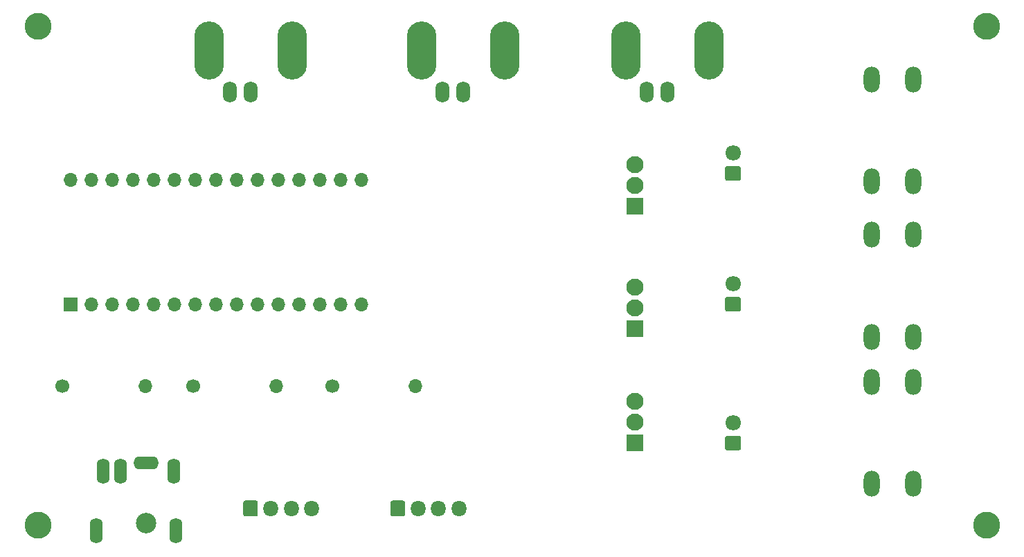
<source format=gbr>
%TF.GenerationSoftware,KiCad,Pcbnew,(5.1.6)-1*%
%TF.CreationDate,2020-08-03T18:02:55+09:00*%
%TF.ProjectId,arduino_pcb,61726475-696e-46f5-9f70-63622e6b6963,rev?*%
%TF.SameCoordinates,Original*%
%TF.FileFunction,Soldermask,Top*%
%TF.FilePolarity,Negative*%
%FSLAX46Y46*%
G04 Gerber Fmt 4.6, Leading zero omitted, Abs format (unit mm)*
G04 Created by KiCad (PCBNEW (5.1.6)-1) date 2020-08-03 18:02:55*
%MOMM*%
%LPD*%
G01*
G04 APERTURE LIST*
%ADD10C,3.300000*%
%ADD11O,1.950000X3.148000*%
%ADD12O,1.700000X1.700000*%
%ADD13C,1.700000*%
%ADD14C,2.100000*%
%ADD15R,2.100000X2.100000*%
%ADD16O,1.800000X1.950000*%
%ADD17O,1.950000X1.800000*%
%ADD18O,1.700000X2.600000*%
%ADD19O,3.600000X7.100000*%
%ADD20O,1.608000X3.116000*%
%ADD21C,2.500000*%
%ADD22O,3.116000X1.608000*%
%ADD23R,1.700000X1.700000*%
G04 APERTURE END LIST*
D10*
%TO.C,MT2*%
X191000000Y-136000000D03*
%TD*%
%TO.C,MT3*%
X191000000Y-75000000D03*
%TD*%
%TO.C,MT0*%
X75000000Y-75000000D03*
%TD*%
%TO.C,MT1*%
X75000000Y-136000000D03*
%TD*%
D11*
%TO.C,SW3*%
X182000000Y-94000000D03*
X177000000Y-94000000D03*
X182000000Y-81500000D03*
X177000000Y-81500000D03*
%TD*%
%TO.C,SW2*%
X182000000Y-131000000D03*
X177000000Y-131000000D03*
X182000000Y-118500000D03*
X177000000Y-118500000D03*
%TD*%
%TO.C,SW1*%
X182000000Y-113000000D03*
X177000000Y-113000000D03*
X182000000Y-100500000D03*
X177000000Y-100500000D03*
%TD*%
D12*
%TO.C,R3*%
X121160000Y-119000000D03*
D13*
X111000000Y-119000000D03*
%TD*%
D12*
%TO.C,R2*%
X104160000Y-119000000D03*
D13*
X94000000Y-119000000D03*
%TD*%
D12*
%TO.C,R1*%
X88160000Y-119000000D03*
D13*
X78000000Y-119000000D03*
%TD*%
D14*
%TO.C,Q3*%
X148000000Y-91920000D03*
X148000000Y-94460000D03*
D15*
X148000000Y-97000000D03*
%TD*%
D14*
%TO.C,Q2*%
X148000000Y-106920000D03*
X148000000Y-109460000D03*
D15*
X148000000Y-112000000D03*
%TD*%
D14*
%TO.C,Q1*%
X148000000Y-120920000D03*
X148000000Y-123460000D03*
D15*
X148000000Y-126000000D03*
%TD*%
D16*
%TO.C,J9*%
X126500000Y-134000000D03*
X124000000Y-134000000D03*
X121500000Y-134000000D03*
G36*
G01*
X118100000Y-134710294D02*
X118100000Y-133289706D01*
G75*
G02*
X118364706Y-133025000I264706J0D01*
G01*
X119635294Y-133025000D01*
G75*
G02*
X119900000Y-133289706I0J-264706D01*
G01*
X119900000Y-134710294D01*
G75*
G02*
X119635294Y-134975000I-264706J0D01*
G01*
X118364706Y-134975000D01*
G75*
G02*
X118100000Y-134710294I0J264706D01*
G01*
G37*
%TD*%
D17*
%TO.C,J8*%
X160000000Y-90500000D03*
G36*
G01*
X160710294Y-93900000D02*
X159289706Y-93900000D01*
G75*
G02*
X159025000Y-93635294I0J264706D01*
G01*
X159025000Y-92364706D01*
G75*
G02*
X159289706Y-92100000I264706J0D01*
G01*
X160710294Y-92100000D01*
G75*
G02*
X160975000Y-92364706I0J-264706D01*
G01*
X160975000Y-93635294D01*
G75*
G02*
X160710294Y-93900000I-264706J0D01*
G01*
G37*
%TD*%
%TO.C,J7*%
X160000000Y-123500000D03*
G36*
G01*
X160710294Y-126900000D02*
X159289706Y-126900000D01*
G75*
G02*
X159025000Y-126635294I0J264706D01*
G01*
X159025000Y-125364706D01*
G75*
G02*
X159289706Y-125100000I264706J0D01*
G01*
X160710294Y-125100000D01*
G75*
G02*
X160975000Y-125364706I0J-264706D01*
G01*
X160975000Y-126635294D01*
G75*
G02*
X160710294Y-126900000I-264706J0D01*
G01*
G37*
%TD*%
%TO.C,J6*%
X160000000Y-106500000D03*
G36*
G01*
X160710294Y-109900000D02*
X159289706Y-109900000D01*
G75*
G02*
X159025000Y-109635294I0J264706D01*
G01*
X159025000Y-108364706D01*
G75*
G02*
X159289706Y-108100000I264706J0D01*
G01*
X160710294Y-108100000D01*
G75*
G02*
X160975000Y-108364706I0J-264706D01*
G01*
X160975000Y-109635294D01*
G75*
G02*
X160710294Y-109900000I-264706J0D01*
G01*
G37*
%TD*%
D16*
%TO.C,J5*%
X108500000Y-134000000D03*
X106000000Y-134000000D03*
X103500000Y-134000000D03*
G36*
G01*
X100100000Y-134710294D02*
X100100000Y-133289706D01*
G75*
G02*
X100364706Y-133025000I264706J0D01*
G01*
X101635294Y-133025000D01*
G75*
G02*
X101900000Y-133289706I0J-264706D01*
G01*
X101900000Y-134710294D01*
G75*
G02*
X101635294Y-134975000I-264706J0D01*
G01*
X100364706Y-134975000D01*
G75*
G02*
X100100000Y-134710294I0J264706D01*
G01*
G37*
%TD*%
D18*
%TO.C,J4*%
X149460000Y-83000000D03*
X152000000Y-83000000D03*
D19*
X157080000Y-77920000D03*
X146920000Y-77920000D03*
%TD*%
D18*
%TO.C,J3*%
X124460000Y-83000000D03*
X127000000Y-83000000D03*
D19*
X132080000Y-77920000D03*
X121920000Y-77920000D03*
%TD*%
D18*
%TO.C,J2*%
X98460000Y-83000000D03*
X101000000Y-83000000D03*
D19*
X106080000Y-77920000D03*
X95920000Y-77920000D03*
%TD*%
D20*
%TO.C,J1*%
X91900000Y-136750000D03*
X82100000Y-136750000D03*
X91600000Y-129450000D03*
D21*
X88200000Y-135750000D03*
D20*
X83000000Y-129450000D03*
X85100000Y-129450000D03*
D22*
X88200000Y-128450000D03*
%TD*%
D12*
%TO.C,A1*%
X114560000Y-93760000D03*
X114560000Y-109000000D03*
X79000000Y-93760000D03*
X112020000Y-109000000D03*
X81540000Y-93760000D03*
X109480000Y-109000000D03*
X84080000Y-93760000D03*
X106940000Y-109000000D03*
X86620000Y-93760000D03*
X104400000Y-109000000D03*
X89160000Y-93760000D03*
X101860000Y-109000000D03*
X91700000Y-93760000D03*
X99320000Y-109000000D03*
X94240000Y-93760000D03*
X96780000Y-109000000D03*
X96780000Y-93760000D03*
X94240000Y-109000000D03*
X99320000Y-93760000D03*
X91700000Y-109000000D03*
X101860000Y-93760000D03*
X89160000Y-109000000D03*
X104400000Y-93760000D03*
X86620000Y-109000000D03*
X106940000Y-93760000D03*
X84080000Y-109000000D03*
X109480000Y-93760000D03*
X81540000Y-109000000D03*
X112020000Y-93760000D03*
D23*
X79000000Y-109000000D03*
%TD*%
M02*

</source>
